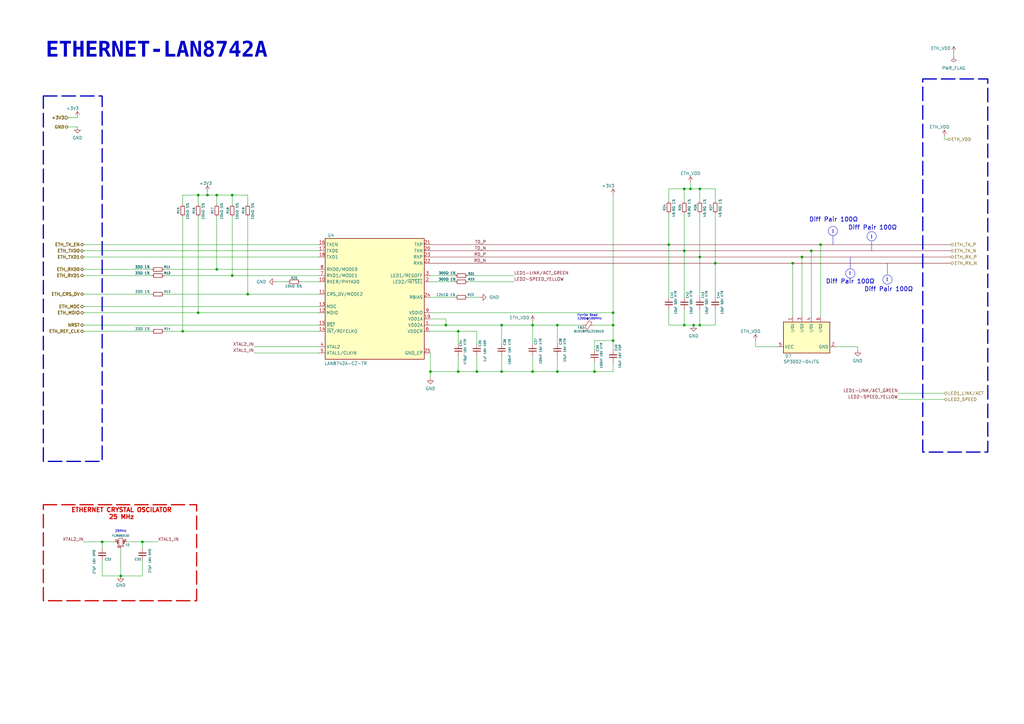
<source format=kicad_sch>
(kicad_sch (version 20250114) (generator "eeschema") (generator_version "9.0")
  (paper "A3")
  (title_block (title "KeyTestBox") (date "2023-10-15") (rev "V1.0") (comment 1 "Designer: Bruno Silva"))
  (lib_symbols
    (symbol "Device:C_Small" (pin_numbers (hide yes)) (pin_names (offset 0.254) (hide yes))
      (property "Reference" "C" (at 0.254 1.778 0))
      (property "Value" "C_Small" (at 0.254 -2.032 0))
      (symbol "C_Small_0_1"
        (polyline (pts (xy -1.524 0.508) (xy 1.524 0.508)) (stroke (width 0.3048)))
        (polyline (pts (xy -1.524 -0.508) (xy 1.524 -0.508)) (stroke (width 0.3302)))
      )
      (symbol "C_Small_1_1"
        (pin passive line (at 0 2.54 270) (length 2.032) (name "~") (number "1"))
        (pin passive line (at 0 -2.54 90) (length 2.032) (name "~") (number "2"))
      )
    )
    (symbol "Device:Crystal_GND2_Small" (pin_names (offset 1.016) (hide yes))
      (property "Reference" "Y" (at 0 5.08 0))
      (property "Value" "Crystal_GND2_Small" (at 0 3.175 0))
      (symbol "Crystal_GND2_Small_0_1"
        (polyline (pts (xy -1.27 -0.762) (xy -1.27 0.762)) (stroke (width 0.381)))
        (polyline (pts (xy -1.27 -1.27) (xy -1.27 -1.905) (xy 1.27 -1.905) (xy 1.27 -1.27)))
        (rectangle (start -0.762 -1.524) (end 0.762 1.524))
        (polyline (pts (xy 1.27 -0.762) (xy 1.27 0.762)) (stroke (width 0.381)))
      )
      (symbol "Crystal_GND2_Small_1_1"
        (pin passive line (at -2.54 0 0) (length 1.27) (name "1") (number "1"))
        (pin passive line (at 0 -2.54 90) (length 0.635) (name "2") (number "2"))
        (pin passive line (at 2.54 0 180) (length 1.27) (name "3") (number "3"))
      )
    )
    (symbol "Device:FerriteBead_Small" (pin_numbers (hide yes)) (pin_names (offset 0))
      (property "Reference" "FB" (at 1.905 1.27 0))
      (property "Value" "FerriteBead_Small" (at 1.905 -1.27 0))
      (symbol "FerriteBead_Small_0_1"
        (polyline (pts (xy -1.8288 0.2794) (xy -1.1176 1.4986) (xy 1.8288 -0.2032) (xy 1.1176 -1.4224) (xy -1.8288 0.2794)))
        (polyline (pts (xy 0 0.889) (xy 0 1.2954)))
        (polyline (pts (xy 0 -1.27) (xy 0 -0.7874)))
      )
      (symbol "FerriteBead_Small_1_1"
        (pin passive line (at 0 2.54 270) (length 1.27) (name "~") (number "1"))
        (pin passive line (at 0 -2.54 90) (length 1.27) (name "~") (number "2"))
      )
    )
    (symbol "Device:R_Small" (pin_numbers (hide yes)) (pin_names (offset 0.254) (hide yes))
      (property "Reference" "R" (at 0.762 0.508 0))
      (property "Value" "R_Small" (at 0.762 -1.016 0))
      (symbol "R_Small_0_1"
        (rectangle (start -0.762 1.778) (end 0.762 -1.778) (stroke (width 0.2032)))
      )
      (symbol "R_Small_1_1"
        (pin passive line (at 0 2.54 270) (length 0.762) (name "~") (number "1"))
        (pin passive line (at 0 -2.54 90) (length 0.762) (name "~") (number "2"))
      )
    )
    (symbol "LAN8742A_1"
      (property "Reference" "U15" (at -16.764 29.21 0))
      (property "Value" "LAN8742A-CZ-TR" (at -18.034 -23.368 0))
      (symbol "LAN8742A_1_0_1"
        (rectangle (start -17.78 27.94) (end 22.86 -21.59) (stroke (width 0.254)) (fill (type background)))
      )
      (symbol "LAN8742A_1_1_1"
        (pin input line (at -20.32 25.4 0) (length 2.54) (name "TXEN") (number "16"))
        (pin input line (at -20.32 22.86 0) (length 2.54) (name "TXD0") (number "17"))
        (pin input line (at -20.32 20.32 0) (length 2.54) (name "TXD1") (number "18"))
        (pin bidirectional line (at -20.32 15.24 0) (length 2.54) (name "RXD0/MODE0") (number "8"))
        (pin bidirectional line (at -20.32 12.7 0) (length 2.54) (name "RXD1/MODE1") (number "7"))
        (pin output line (at -20.32 10.16 0) (length 2.54) (name "RXER/PHYAD0") (number "10"))
        (pin bidirectional line (at -20.32 5.08 0) (length 2.54) (name "CRS_DV/MODE2") (number "11"))
        (pin input line (at -20.32 0 0) (length 2.54) (name "MDC") (number "13"))
        (pin bidirectional line (at -20.32 -2.54 0) (length 2.54) (name "MDIO") (number "12"))
        (pin input line (at -20.32 -7.62 0) (length 2.54) (name "~{RST}") (number "15"))
        (pin output line (at -20.32 -10.16 0) (length 2.54) (name "~{INT}/REFCLKO") (number "14"))
        (pin output line (at -20.32 -16.51 0) (length 2.54) (name "XTAL2") (number "4"))
        (pin input line (at -20.32 -19.05 0) (length 2.54) (name "XTAL1/CLKIN") (number "5"))
        (pin passive line (at 25.4 25.4 180) (length 2.54) (name "TXP") (number "21"))
        (pin passive line (at 25.4 22.86 180) (length 2.54) (name "TXN") (number "20"))
        (pin passive line (at 25.4 20.32 180) (length 2.54) (name "RXP") (number "23"))
        (pin passive line (at 25.4 17.78 180) (length 2.54) (name "RXN") (number "22"))
        (pin bidirectional line (at 25.4 12.7 180) (length 2.54) (name "LED1/REGOFF") (number "3"))
        (pin bidirectional line (at 25.4 10.16 180) (length 2.54) (name "LED2/~{INTSEL}") (number "2"))
        (pin passive line (at 25.4 3.81 180) (length 2.54) (name "RBIAS") (number "24"))
        (pin power_in line (at 25.4 -2.54 180) (length 2.54) (name "VDDIO") (number "9"))
        (pin power_in line (at 25.4 -5.08 180) (length 2.54) (name "VDD1A") (number "19"))
        (pin power_in line (at 25.4 -7.62 180) (length 2.54) (name "VDD2A") (number "1"))
        (pin passive line (at 25.4 -10.16 180) (length 2.54) (name "VDDCR") (number "6"))
        (pin power_in line (at 25.4 -19.05 180) (length 2.54) (name "GND_EP") (number "25"))
      )
    )
    (symbol "Power_Protection:NCP349MNAM"
      (property "Reference" "D10" (at -8.128 -8.89 0))
      (property "Value" "SP3002-04JTG" (at -2.794 -11.176 0))
      (symbol "NCP349MNAM_0_1"
        (rectangle (start -10.16 5.08) (end 8.89 -7.62) (stroke (width 0.254)) (fill (type background)))
      )
      (symbol "NCP349MNAM_1_1"
        (pin input line (at -12.7 -5.08 0) (length 2.54) (name "VCC") (number "5"))
        (pin bidirectional line (at -6.35 7.62 270) (length 2.54) (name "I/O1") (number "1"))
        (pin bidirectional line (at -2.54 7.62 270) (length 2.54) (name "I/O2") (number "3"))
        (pin bidirectional line (at 1.27 7.62 270) (length 2.54) (name "I/O1") (number "4"))
        (pin bidirectional line (at 5.08 7.62 270) (length 2.54) (name "I/O2") (number "6"))
        (pin input line (at 11.43 -5.08 180) (length 2.54) (name "GND") (number "2"))
      )
    )
    (symbol "power:+3.3V" (power) (pin_names (offset 0))
      (property "Value" "+3.3V" (at 0 3.556 0))
      (symbol "+3.3V_0_1"
        (polyline (pts (xy -0.762 1.27) (xy 0 2.54)))
        (polyline (pts (xy 0 2.54) (xy 0.762 1.27)))
        (polyline (pts (xy 0 0) (xy 0 2.54)))
      )
      (symbol "+3.3V_1_1"
        (pin power_in line (at 0 0 90) (length 0) (hide yes) (name "+3.3V") (number "1"))
      )
    )
    (symbol "power:GND" (power) (pin_names (offset 0))
      (property "Value" "GND" (at 0 -3.81 0))
      (symbol "GND_0_1"
        (polyline (pts (xy 0 0) (xy 0 -1.27) (xy 1.27 -1.27) (xy 0 -2.54) (xy -1.27 -1.27) (xy 0 -1.27)))
      )
      (symbol "GND_1_1"
        (pin power_in line (at 0 0 270) (length 0) (hide yes) (name "GND") (number "1"))
      )
    )
    (symbol "power:PWR_FLAG" (power) (pin_numbers (hide yes)) (pin_names (offset 0) (hide yes))
      (property "Value" "PWR_FLAG" (at 0 3.81 0))
      (symbol "PWR_FLAG_0_0"
        (pin power_out line (at 0 0 90) (length 0) (name "~") (number "1"))
      )
      (symbol "PWR_FLAG_0_1"
        (polyline (pts (xy 0 0) (xy 0 1.27) (xy -1.016 1.905) (xy 0 2.54) (xy 1.016 1.905) (xy 0 1.27)))
      )
    )
  )
  (circle (center 341.63 94.742) (radius 1.905) (stroke (width 0) (color 0 2 192 1)))
  (circle (center 348.742 112.141) (radius 1.905) (stroke (width 0) (color 0 2 192 1)))
  (circle (center 363.982 114.681) (radius 1.905) (stroke (width 0) (color 0 2 192 1)))
  (rectangle (start 378.46 32.385) (end 405.13 185.42) (stroke (width 0.508) (type dash)))
  (circle (center 357.505 96.901) (radius 1.905) (stroke (width 0) (color 0 2 192 1)))
  (rectangle (start 17.78 39.37) (end 41.91 189.23) (stroke (width 0.508) (type dash)))
  (rectangle (start 17.78 207.01) (end 80.645 246.38) (stroke (width 0.5) (type dash) (color 209 7 0 1)))
  (text "i" (at 357.505 97.409 0) (effects (font (size 1.27 1.27) (thickness 0.254) (bold yes))))
  (text "ETHERNET-LAN8742A" (at 18.796 26.162 0) (effects (font (size 6.35 6.35) (thickness 0.6) (bold yes)) (justify left bottom)))
  (text "i" (at 363.855 114.935 0) (effects (font (size 1.27 1.27) (thickness 0.254) (bold yes))))
  (text "25MHz\n" (at 49.53 217.932 0) (effects (font (size 0.9398 0.9398))))
  (text "Diff Pair 100Ω" (at 341.884 90.17 0) (effects (font (size 1.778 1.778) (thickness 0.254) (bold yes))))
  (text "Diff Pair 100Ω" (at 357.886 93.472 0) (effects (font (size 1.778 1.778) (thickness 0.254) (bold yes))))
  (text "Ferrite Bead\n120Ω@100MHz\n" (at 236.728 131.318 0) (effects (font (size 0.889 0.889)) (justify left bottom)))
  (text "Diff Pair 100Ω" (at 348.742 115.57 0) (effects (font (size 1.778 1.778) (thickness 0.254) (bold yes))))
  (text "i" (at 348.615 112.395 0) (effects (font (size 1.27 1.27) (thickness 0.254) (bold yes))))
  (text "i" (at 341.63 95.25 0) (effects (font (size 1.27 1.27) (thickness 0.254) (bold yes))))
  (text "Diff Pair 100Ω" (at 364.49 118.745 0) (effects (font (size 1.778 1.778) (thickness 0.254) (bold yes))))
  (text_box "ETHERNET CRYSTAL OSCILATOR\n25 MHz" (at 27.305 207.01 0) (size 45.085 6.985) (margins 0.9 0.9 0.9 0.9) (stroke (width -0.0001)) (effects (font (size 1.778 1.778) (thickness 0.4) (bold yes))))
  (junction (at 176.53 152.4))
  (junction (at 85.09 80.01))
  (junction (at 243.84 152.4))
  (junction (at 251.46 128.27))
  (junction (at 228.6 152.4))
  (junction (at 81.28 80.01))
  (junction (at 280.67 133.35))
  (junction (at 251.46 139.7))
  (junction (at 287.02 77.47))
  (junction (at 274.32 100.33))
  (junction (at 195.58 152.4))
  (junction (at 49.53 236.22))
  (junction (at 95.25 80.01))
  (junction (at 280.67 77.47))
  (junction (at 218.44 133.35))
  (junction (at 81.28 128.27))
  (junction (at 228.6 133.35))
  (junction (at 41.91 222.25))
  (junction (at 187.96 152.4))
  (junction (at 101.6 120.65))
  (junction (at 332.74 102.87))
  (junction (at 205.74 152.4))
  (junction (at 280.67 102.87))
  (junction (at 58.42 222.25))
  (junction (at 95.25 113.03))
  (junction (at 287.02 133.35))
  (junction (at 284.48 133.35))
  (junction (at 283.21 77.47))
  (junction (at 182.88 133.35))
  (junction (at 251.46 133.35))
  (junction (at 88.9 110.49))
  (junction (at 88.9 80.01))
  (junction (at 187.96 135.89))
  (junction (at 74.93 135.89))
  (junction (at 287.02 105.41))
  (junction (at 325.12 107.95))
  (junction (at 293.37 107.95))
  (junction (at 218.44 152.4))
  (junction (at 336.55 100.33))
  (junction (at 328.93 105.41))
  (junction (at 205.74 133.35))
  (wire (pts (xy 309.88 142.24) (xy 318.77 142.24)))
  (wire (pts (xy 368.3 163.83) (xy 387.35 163.83)))
  (wire (pts (xy 336.55 100.33) (xy 389.89 100.33)) (stroke (width 0) (color 116 1 15 1)))
  (wire (pts (xy 205.74 146.05) (xy 205.74 152.4)))
  (wire (pts (xy 34.29 100.33) (xy 130.81 100.33)))
  (wire (pts (xy 195.58 146.05) (xy 195.58 152.4)))
  (polyline (pts (xy 357.505 99.06) (xy 357.505 102.87)) (stroke (width 0) (type solid) (color 0 2 192 1)))
  (wire (pts (xy 88.9 88.9) (xy 88.9 110.49)))
  (wire (pts (xy 85.09 80.01) (xy 88.9 80.01)))
  (wire (pts (xy 191.77 121.92) (xy 196.85 121.92)))
  (wire (pts (xy 41.91 229.87) (xy 41.91 236.22)))
  (wire (pts (xy 52.07 222.25) (xy 58.42 222.25)))
  (wire (pts (xy 176.53 121.92) (xy 186.69 121.92)))
  (wire (pts (xy 101.6 120.65) (xy 130.81 120.65)))
  (wire (pts (xy 104.14 142.24) (xy 130.81 142.24)))
  (wire (pts (xy 176.53 152.4) (xy 187.96 152.4)))
  (wire (pts (xy 34.29 113.03) (xy 62.23 113.03)))
  (wire (pts (xy 176.53 152.4) (xy 176.53 144.78)))
  (wire (pts (xy 210.82 113.03) (xy 191.77 113.03)))
  (wire (pts (xy 67.31 110.49) (xy 88.9 110.49)))
  (wire (pts (xy 34.29 135.89) (xy 62.23 135.89)))
  (wire (pts (xy 243.84 133.35) (xy 251.46 133.35)))
  (wire (pts (xy 41.91 222.25) (xy 41.91 224.79)))
  (wire (pts (xy 293.37 107.95) (xy 325.12 107.95)) (stroke (width 0) (color 116 1 15 1)))
  (wire (pts (xy 34.29 102.87) (xy 130.81 102.87)))
  (wire (pts (xy 228.6 152.4) (xy 218.44 152.4)))
  (wire (pts (xy 34.29 128.27) (xy 81.28 128.27)))
  (wire (pts (xy 218.44 133.35) (xy 218.44 140.97)))
  (wire (pts (xy 58.42 236.22) (xy 49.53 236.22)))
  (wire (pts (xy 336.55 100.33) (xy 336.55 129.54)))
  (wire (pts (xy 176.53 113.03) (xy 186.69 113.03)))
  (wire (pts (xy 58.42 222.25) (xy 64.77 222.25)))
  (wire (pts (xy 293.37 77.47) (xy 287.02 77.47)))
  (wire (pts (xy 34.29 133.35) (xy 130.81 133.35)))
  (wire (pts (xy 280.67 133.35) (xy 284.48 133.35)))
  (wire (pts (xy 58.42 229.87) (xy 58.42 236.22)))
  (wire (pts (xy 81.28 83.82) (xy 81.28 80.01)))
  (wire (pts (xy 280.67 127) (xy 280.67 133.35)))
  (wire (pts (xy 195.58 140.97) (xy 195.58 135.89)))
  (wire (pts (xy 284.48 133.35) (xy 287.02 133.35)))
  (wire (pts (xy 34.29 110.49) (xy 62.23 110.49)))
  (wire (pts (xy 328.93 105.41) (xy 328.93 129.54)))
  (wire (pts (xy 274.32 82.55) (xy 274.32 77.47)))
  (wire (pts (xy 280.67 102.87) (xy 332.74 102.87)) (stroke (width 0) (color 116 1 15 1)))
  (wire (pts (xy 34.29 125.73) (xy 130.81 125.73)))
  (wire (pts (xy 95.25 80.01) (xy 95.25 83.82)))
  (wire (pts (xy 274.32 77.47) (xy 280.67 77.47)))
  (wire (pts (xy 391.16 22.86) (xy 391.16 21.59)))
  (wire (pts (xy 88.9 110.49) (xy 130.81 110.49)))
  (wire (pts (xy 74.93 88.9) (xy 74.93 135.89)))
  (wire (pts (xy 176.53 105.41) (xy 287.02 105.41)) (stroke (width 0) (color 116 1 15 1)))
  (wire (pts (xy 176.53 107.95) (xy 293.37 107.95)) (stroke (width 0) (color 116 1 15 1)))
  (wire (pts (xy 49.53 224.79) (xy 49.53 236.22)))
  (wire (pts (xy 113.03 115.57) (xy 118.11 115.57)))
  (wire (pts (xy 287.02 133.35) (xy 293.37 133.35)))
  (wire (pts (xy 41.91 236.22) (xy 49.53 236.22)))
  (wire (pts (xy 274.32 133.35) (xy 280.67 133.35)))
  (wire (pts (xy 88.9 80.01) (xy 95.25 80.01)))
  (wire (pts (xy 283.21 77.47) (xy 287.02 77.47)))
  (wire (pts (xy 176.53 128.27) (xy 251.46 128.27)))
  (wire (pts (xy 387.35 55.88) (xy 387.35 57.15)))
  (wire (pts (xy 218.44 152.4) (xy 218.44 146.05)))
  (wire (pts (xy 187.96 146.05) (xy 187.96 152.4)))
  (wire (pts (xy 95.25 88.9) (xy 95.25 113.03)))
  (wire (pts (xy 243.84 152.4) (xy 228.6 152.4)))
  (wire (pts (xy 309.88 139.7) (xy 309.88 142.24)))
  (wire (pts (xy 85.09 78.74) (xy 85.09 80.01)))
  (wire (pts (xy 287.02 87.63) (xy 287.02 105.41)))
  (wire (pts (xy 251.46 152.4) (xy 243.84 152.4)))
  (wire (pts (xy 287.02 82.55) (xy 287.02 77.47)))
  (wire (pts (xy 176.53 152.4) (xy 176.53 154.94)))
  (wire (pts (xy 218.44 132.08) (xy 218.44 133.35)))
  (wire (pts (xy 74.93 83.82) (xy 74.93 80.01)))
  (wire (pts (xy 58.42 222.25) (xy 58.42 224.79)))
  (wire (pts (xy 74.93 80.01) (xy 81.28 80.01)))
  (wire (pts (xy 195.58 135.89) (xy 187.96 135.89)))
  (wire (pts (xy 287.02 105.41) (xy 328.93 105.41)) (stroke (width 0) (color 116 1 15 1)))
  (wire (pts (xy 205.74 133.35) (xy 205.74 140.97)))
  (wire (pts (xy 101.6 80.01) (xy 95.25 80.01)))
  (wire (pts (xy 280.67 102.87) (xy 280.67 121.92)))
  (wire (pts (xy 274.32 127) (xy 274.32 133.35)))
  (wire (pts (xy 176.53 102.87) (xy 280.67 102.87)) (stroke (width 0) (color 116 1 15 1)))
  (wire (pts (xy 81.28 88.9) (xy 81.28 128.27)))
  (wire (pts (xy 41.91 222.25) (xy 46.99 222.25)))
  (wire (pts (xy 280.67 82.55) (xy 280.67 77.47)))
  (polyline (pts (xy 363.982 112.522) (xy 363.982 108.077)) (stroke (width 0) (type solid) (color 0 2 192 1)))
  (wire (pts (xy 228.6 133.35) (xy 218.44 133.35)))
  (wire (pts (xy 351.79 143.51) (xy 351.79 142.24)))
  (wire (pts (xy 283.21 74.93) (xy 283.21 77.47)))
  (wire (pts (xy 176.53 100.33) (xy 274.32 100.33)) (stroke (width 0) (color 116 1 15 1)))
  (wire (pts (xy 251.46 148.59) (xy 251.46 152.4)))
  (wire (pts (xy 387.35 57.15) (xy 388.62 57.15)))
  (wire (pts (xy 74.93 135.89) (xy 130.81 135.89)))
  (wire (pts (xy 191.77 115.57) (xy 210.82 115.57)))
  (wire (pts (xy 251.46 133.35) (xy 251.46 128.27)))
  (wire (pts (xy 205.74 152.4) (xy 218.44 152.4)))
  (wire (pts (xy 274.32 87.63) (xy 274.32 100.33)))
  (wire (pts (xy 104.14 144.78) (xy 130.81 144.78)))
  (wire (pts (xy 176.53 115.57) (xy 186.69 115.57)))
  (wire (pts (xy 187.96 140.97) (xy 187.96 135.89)))
  (wire (pts (xy 34.29 222.25) (xy 41.91 222.25)))
  (wire (pts (xy 280.67 87.63) (xy 280.67 102.87)))
  (wire (pts (xy 101.6 83.82) (xy 101.6 80.01)))
  (wire (pts (xy 293.37 107.95) (xy 293.37 121.92)))
  (wire (pts (xy 332.74 102.87) (xy 389.89 102.87)) (stroke (width 0) (color 116 1 15 1)))
  (polyline (pts (xy 341.63 96.52) (xy 341.63 100.33)) (stroke (width 0) (type solid) (color 0 2 192 1)))
  (wire (pts (xy 195.58 152.4) (xy 205.74 152.4)))
  (wire (pts (xy 34.29 120.65) (xy 62.23 120.65)))
  (wire (pts (xy 101.6 88.9) (xy 101.6 120.65)))
  (wire (pts (xy 182.88 130.81) (xy 182.88 133.35)))
  (wire (pts (xy 31.75 52.07) (xy 27.94 52.07)))
  (wire (pts (xy 243.84 143.51) (xy 243.84 139.7)))
  (wire (pts (xy 195.58 152.4) (xy 187.96 152.4)))
  (wire (pts (xy 293.37 82.55) (xy 293.37 77.47)))
  (wire (pts (xy 67.31 120.65) (xy 101.6 120.65)))
  (wire (pts (xy 251.46 133.35) (xy 251.46 139.7)))
  (wire (pts (xy 328.93 105.41) (xy 389.89 105.41)) (stroke (width 0) (color 116 1 15 1)))
  (wire (pts (xy 187.96 135.89) (xy 176.53 135.89)))
  (wire (pts (xy 81.28 128.27) (xy 130.81 128.27)))
  (wire (pts (xy 182.88 133.35) (xy 205.74 133.35)))
  (wire (pts (xy 88.9 83.82) (xy 88.9 80.01)))
  (wire (pts (xy 228.6 133.35) (xy 228.6 140.97)))
  (wire (pts (xy 351.79 142.24) (xy 342.9 142.24)))
  (wire (pts (xy 287.02 133.35) (xy 287.02 127)))
  (wire (pts (xy 243.84 148.59) (xy 243.84 152.4)))
  (wire (pts (xy 95.25 113.03) (xy 130.81 113.03)))
  (wire (pts (xy 293.37 127) (xy 293.37 133.35)))
  (wire (pts (xy 228.6 133.35) (xy 238.76 133.35)))
  (wire (pts (xy 34.29 105.41) (xy 130.81 105.41)))
  (wire (pts (xy 251.46 128.27) (xy 251.46 80.01)))
  (wire (pts (xy 368.3 161.29) (xy 387.35 161.29)))
  (wire (pts (xy 274.32 100.33) (xy 336.55 100.33)) (stroke (width 0) (color 116 1 15 1)))
  (wire (pts (xy 280.67 77.47) (xy 283.21 77.47)))
  (wire (pts (xy 205.74 133.35) (xy 218.44 133.35)))
  (wire (pts (xy 228.6 146.05) (xy 228.6 152.4)))
  (wire (pts (xy 325.12 107.95) (xy 389.89 107.95)) (stroke (width 0) (color 116 1 15 1)))
  (wire (pts (xy 176.53 130.81) (xy 182.88 130.81)))
  (wire (pts (xy 293.37 87.63) (xy 293.37 107.95)))
  (wire (pts (xy 31.75 48.26) (xy 27.94 48.26)))
  (wire (pts (xy 81.28 80.01) (xy 85.09 80.01)))
  (wire (pts (xy 332.74 102.87) (xy 332.74 129.54)))
  (polyline (pts (xy 348.742 109.982) (xy 348.742 105.537)) (stroke (width 0) (type solid) (color 0 2 192 1)))
  (wire (pts (xy 67.31 113.03) (xy 95.25 113.03)))
  (wire (pts (xy 274.32 100.33) (xy 274.32 121.92)))
  (wire (pts (xy 287.02 105.41) (xy 287.02 121.92)))
  (wire (pts (xy 251.46 139.7) (xy 251.46 143.51)))
  (wire (pts (xy 243.84 139.7) (xy 251.46 139.7)))
  (wire (pts (xy 67.31 135.89) (xy 74.93 135.89)))
  (wire (pts (xy 176.53 133.35) (xy 182.88 133.35)))
  (wire (pts (xy 325.12 107.95) (xy 325.12 129.54)))
  (wire (pts (xy 123.19 115.57) (xy 130.81 115.57)))
  (label "XTAL1_IN" (at 104.14 144.78 180))
  (label "TD_N" (at 199.39 102.87 180))
  (label "XTAL2_IN" (at 104.14 142.24 180))
  (label "XTAL1_IN" (at 64.77 222.25 0))
  (label "RD_N" (at 199.39 107.95 180))
  (label "LED1-LINK{slash}ACT_GREEN" (at 210.82 113.03 0))
  (label "LED2-SPEED_YELLOW" (at 368.3 163.83 180))
  (label "XTAL2_IN" (at 34.29 222.25 180))
  (label "LED2-SPEED_YELLOW" (at 210.82 115.57 0))
  (label "RD_P" (at 199.39 105.41 180))
  (label "TD_P" (at 199.39 100.33 180))
  (label "LED1-LINK{slash}ACT_GREEN" (at 368.3 161.29 180))
  (hierarchical_label "ETH_TX_P" (shape bidirectional) (at 389.89 100.33 0))
  (hierarchical_label "ETH_RXD1" (shape bidirectional) (at 34.29 113.03 180) (effects (font (thickness 0.254) (bold yes))))
  (hierarchical_label "ETH_REF_CLK" (shape bidirectional) (at 34.29 135.89 180) (effects (font (thickness 0.254) (bold yes))))
  (hierarchical_label "LED1_LINK{slash}ACT" (shape bidirectional) (at 387.35 161.29 0))
  (hierarchical_label "GND" (shape bidirectional) (at 27.94 52.07 180) (effects (font (thickness 0.254) (bold yes))))
  (hierarchical_label "ETH_RXD0" (shape bidirectional) (at 34.29 110.49 180) (effects (font (thickness 0.254) (bold yes))))
  (hierarchical_label "ETH_RX_N" (shape bidirectional) (at 389.89 107.95 0))
  (hierarchical_label "ETH_TXD0" (shape bidirectional) (at 34.29 102.87 180) (effects (font (thickness 0.254) (bold yes))))
  (hierarchical_label "ETH_MDC" (shape bidirectional) (at 34.29 125.73 180) (effects (font (thickness 0.254) (bold yes))))
  (hierarchical_label "ETH_MDIO" (shape bidirectional) (at 34.29 128.27 180) (effects (font (thickness 0.254) (bold yes))))
  (hierarchical_label "NRST" (shape bidirectional) (at 34.29 133.35 180) (effects (font (thickness 0.254) (bold yes))))
  (hierarchical_label "ETH_TX_EN" (shape bidirectional) (at 34.29 100.33 180) (effects (font (thickness 0.254) (bold yes))))
  (hierarchical_label "ETH_VDD" (shape bidirectional) (at 388.62 57.15 0))
  (hierarchical_label "ETH_TX_N" (shape bidirectional) (at 389.89 102.87 0))
  (hierarchical_label "ETH_TXD1" (shape bidirectional) (at 34.29 105.41 180) (effects (font (thickness 0.254) (bold yes))))
  (hierarchical_label "ETH_CRS_DV" (shape bidirectional) (at 34.29 120.65 180) (effects (font (thickness 0.254) (bold yes))))
  (hierarchical_label "ETH_RX_P" (shape bidirectional) (at 389.89 105.41 0))
  (hierarchical_label "+3V3" (shape input) (at 27.94 48.26 180) (effects (font (thickness 0.254) (bold yes))))
  (hierarchical_label "LED2_SPEED" (shape bidirectional) (at 387.35 163.83 0))
  (symbol (lib_id "Device:R_Small") (at 189.23 115.57 270) (unit 1)
    (property "Reference" "R22" (at 193.294 114.554 90) (effects (font (size 0.889 0.889))))
    (property "Value" "300Ω 1%" (at 183.388 114.554 90) (effects (font (size 1.016 1.016))))
  )
  (symbol (lib_id "Device:R_Small") (at 95.25 86.36 0) (unit 1)
    (property "Reference" "R18" (at 93.472 86.36 90) (effects (font (size 0.889 0.889))))
    (property "Value" "10kΩ 5%" (at 97.282 86.614 90) (effects (font (size 1.016 1.016))))
  )
  (symbol (lib_id "Device:R_Small") (at 101.6 86.36 0) (unit 1)
    (property "Reference" "R19" (at 99.822 86.36 90) (effects (font (size 0.889 0.889))))
    (property "Value" "10kΩ 5%" (at 103.632 86.614 90) (effects (font (size 1.016 1.016))))
  )
  (symbol (lib_id "Device:R_Small") (at 120.65 115.57 270) (unit 1)
    (property "Reference" "R20" (at 120.65 114.046 90) (effects (font (size 0.889 0.889))))
    (property "Value" "10kΩ 5%" (at 120.396 117.348 90) (effects (font (size 1.016 1.016))))
  )
  (symbol (lib_id "power:GND") (at 31.75 52.07 0) (unit 1)
    (property "Reference" "#PWR075" (effects (hide yes)))
    (property "Value" "GND" (at 31.75 56.515 0))
  )
  (symbol (lib_id "Device:C_Small") (at 228.6 143.51 180) (unit 1)
    (property "Reference" "C38" (at 229.87 138.684 90) (effects (font (size 0.9 0.9)) (justify left)))
    (property "Value" "10uF 16V X7R" (at 231.648 138.684 90) (effects (font (size 0.889 0.889)) (justify left)))
  )
  (symbol (lib_id "Device:R_Small") (at 64.77 120.65 270) (unit 1)
    (property "Reference" "R13" (at 68.58 119.634 90) (effects (font (size 0.889 0.889))))
    (property "Value" "33Ω 1%" (at 58.42 119.634 90) (effects (font (size 1.016 1.016))))
  )
  (symbol (lib_id "power:GND") (at 176.53 154.94 0) (unit 1)
    (property "Reference" "#PWR079" (effects (hide yes)))
    (property "Value" "GND" (at 176.53 159.385 0))
  )
  (symbol (lib_id "Device:R_Small") (at 189.23 121.92 270) (unit 1)
    (property "Reference" "R23" (at 193.04 120.904 90) (effects (font (size 0.889 0.889))))
    (property "Value" "12k1Ω 1%" (at 182.88 120.904 90) (effects (font (size 1.016 1.016))))
  )
  (symbol (lib_id "Device:C_Small") (at 58.42 227.33 180) (unit 1)
    (property "Reference" "C33" (at 57.912 229.362 0) (effects (font (size 0.9 0.9)) (justify left)))
    (property "Value" "27pF 16V NP0" (at 61.468 225.044 90) (effects (font (size 0.9 0.9)) (justify left)))
  )
  (symbol (lib_id "Device:R_Small") (at 81.28 86.36 0) (unit 1)
    (property "Reference" "R16" (at 79.502 86.36 90) (effects (font (size 0.889 0.889))))
    (property "Value" "10kΩ 5%" (at 83.312 86.614 90) (effects (font (size 1.016 1.016))))
  )
  (symbol (lib_id "Power_Protection:NCP349MNAM") (at 331.47 137.16 0) (unit 1)
    (property "Reference" "D7" (at 323.342 146.05 0))
    (property "Value" "SP3002-04JTG" (at 328.676 148.336 0))
  )
  (symbol (lib_id "Device:R_Small") (at 274.32 85.09 0) (unit 1)
    (property "Reference" "R24" (at 272.542 85.09 90) (effects (font (size 0.889 0.889))))
    (property "Value" "49.9Ω 1%" (at 276.352 85.344 90) (effects (font (size 1.016 1.016))))
  )
  (symbol (lib_id "Device:R_Small") (at 293.37 85.09 0) (unit 1)
    (property "Reference" "R27" (at 291.592 85.09 90) (effects (font (size 0.889 0.889))))
    (property "Value" "49.9Ω 1%" (at 295.402 85.344 90) (effects (font (size 1.016 1.016))))
  )
  (symbol (lib_id "power:+3.3V") (at 391.16 21.59 0) (unit 1)
    (property "Reference" "#PWR088" (effects (hide yes)))
    (property "Value" "ETH_VDD" (at 385.826 19.812 0))
  )
  (symbol (lib_id "Device:R_Small") (at 64.77 113.03 270) (unit 1)
    (property "Reference" "R12" (at 68.58 112.014 90) (effects (font (size 0.889 0.889))))
    (property "Value" "33Ω 1%" (at 58.42 112.014 90) (effects (font (size 1.016 1.016))))
  )
  (symbol (lib_id "Device:R_Small") (at 74.93 86.36 0) (unit 1)
    (property "Reference" "R15" (at 73.152 86.36 90) (effects (font (size 0.889 0.889))))
    (property "Value" "10kΩ 5%" (at 76.962 86.614 90) (effects (font (size 1.016 1.016))))
  )
  (symbol (lib_id "Device:Crystal_GND2_Small") (at 49.53 222.25 0) (unit 1)
    (property "Reference" "Y2" (at 52.324 223.52 0) (effects (font (size 0.889 0.889))))
    (property "Value" "FL2500213Z" (at 49.53 219.71 0) (effects (font (size 0.762 0.762))))
    (property "Description" "Three pin crystal, GND on pin 2, small symbol" (effects (hide yes)))
  )
  (symbol (lib_id "power:+3.3V") (at 251.46 80.01 0) (unit 1)
    (property "Reference" "#PWR082" (effects (hide yes)))
    (property "Value" "+3V3" (at 249.428 76.2 0))
  )
  (symbol (lib_id "power:GND") (at 284.48 133.35 0) (unit 1)
    (property "Reference" "#PWR084" (effects (hide yes)))
    (property "Value" "GND" (at 284.48 137.795 0))
  )
  (symbol (lib_id "Device:C_Small") (at 280.67 124.46 180) (unit 1)
    (property "Reference" "C42" (at 281.94 119.634 90) (effects (font (size 0.9 0.9)) (justify left)))
    (property "Value" "10pF 50V X7R" (at 283.464 119.126 90) (effects (font (size 0.889 0.889)) (justify left)))
  )
  (symbol (lib_id "Device:FerriteBead_Small") (at 241.3 133.35 90) (unit 1)
    (property "Reference" "FB3" (at 238.252 134.366 90) (effects (font (size 0.9 0.9))))
    (property "Value" "BLM18PG121SN1D" (at 241.554 135.89 90) (effects (font (size 0.9 0.9))))
  )
  (symbol (lib_id "Device:C_Small") (at 274.32 124.46 180) (unit 1)
    (property "Reference" "C41" (at 275.59 119.634 90) (effects (font (size 0.9 0.9)) (justify left)))
    (property "Value" "10pF 50V X7R" (at 277.114 119.126 90) (effects (font (size 0.889 0.889)) (justify left)))
  )
  (symbol (lib_id "Device:C_Small") (at 243.84 146.05 180) (unit 1)
    (property "Reference" "C39" (at 245.11 141.478 90) (effects (font (size 0.9 0.9)) (justify left)))
    (property "Value" "100nF 16V X7R" (at 246.634 140.462 90) (effects (font (size 0.889 0.889)) (justify left)))
  )
  (symbol (lib_id "power:GND") (at 196.85 121.92 90) (unit 1)
    (property "Reference" "#PWR080" (effects (hide yes)))
    (property "Value" "GND" (at 200.66 121.9199 90) (effects (justify right)))
  )
  (symbol (lib_id "Device:R_Small") (at 88.9 86.36 0) (unit 1)
    (property "Reference" "R17" (at 87.122 86.36 90) (effects (font (size 0.889 0.889))))
    (property "Value" "10kΩ 5%" (at 90.932 86.614 90) (effects (font (size 1.016 1.016))))
  )
  (symbol (lib_id "Device:R_Small") (at 280.67 85.09 0) (unit 1)
    (property "Reference" "R25" (at 278.892 85.09 90) (effects (font (size 0.889 0.889))))
    (property "Value" "49.9Ω 1%" (at 282.702 85.344 90) (effects (font (size 1.016 1.016))))
  )
  (symbol (lib_id "Device:C_Small") (at 205.74 143.51 180) (unit 1)
    (property "Reference" "C36" (at 207.01 138.938 90) (effects (font (size 0.9 0.9)) (justify left)))
    (property "Value" "100nF 16V X7R" (at 209.042 138.938 90) (effects (font (size 0.889 0.889)) (justify left)))
  )
  (symbol (lib_name "LAN8742A_1") (lib_id "Interface_Ethernet:LAN8742A") (at 151.13 125.73 0) (unit 1)
    (property "Reference" "U4" (at 134.366 96.52 0) (effects (justify left)))
    (property "Value" "LAN8742A-CZ-TR" (at 133.096 149.098 0) (effects (justify left)))
    (property "Footprint" "Package_DFN_QFN:VQFN-24-1EP_4x4mm_P0.5mm_EP2.5x2.5mm_ThermalVias" (effects (hide yes)))
    (property "Datasheet" "http://ww1.microchip.com/downloads/en/DeviceDoc/8742a.pdf" (effects (hide yes)))
  )
  (symbol (lib_id "Device:R_Small") (at 64.77 135.89 270) (unit 1)
    (property "Reference" "R14" (at 68.58 134.874 90) (effects (font (size 0.889 0.889))))
    (property "Value" "33Ω 1%" (at 58.42 134.874 90) (effects (font (size 1.016 1.016))))
  )
  (symbol (lib_id "power:+3.3V") (at 85.09 78.74 0) (unit 1)
    (property "Reference" "#PWR077" (effects (hide yes)))
    (property "Value" "+3V3" (at 84.328 75.184 0))
  )
  (symbol (lib_id "power:+3.3V") (at 283.21 74.93 0) (unit 1)
    (property "Reference" "#PWR083" (effects (hide yes)))
    (property "Value" "ETH_VDD" (at 283.21 71.12 0))
  )
  (symbol (lib_id "power:GND") (at 113.03 115.57 270) (unit 1)
    (property "Reference" "#PWR078" (effects (hide yes)))
    (property "Value" "GND" (at 109.22 115.5699 90) (effects (justify right)))
  )
  (symbol (lib_id "Device:R_Small") (at 189.23 113.03 270) (unit 1)
    (property "Reference" "R21" (at 193.294 112.268 90) (effects (font (size 0.889 0.889))))
    (property "Value" "300Ω 1%" (at 183.388 112.014 90) (effects (font (size 1.016 1.016))))
  )
  (symbol (lib_id "power:GND") (at 49.53 236.22 0) (unit 1)
    (property "Reference" "#PWR076" (effects (hide yes)))
    (property "Value" "GND" (at 49.53 240.03 0))
  )
  (symbol (lib_id "Device:C_Small") (at 287.02 124.46 180) (unit 1)
    (property "Reference" "C43" (at 288.29 119.634 90) (effects (font (size 0.9 0.9)) (justify left)))
    (property "Value" "10pF 50V X7R" (at 289.814 119.126 90) (effects (font (size 0.889 0.889)) (justify left)))
  )
  (symbol (lib_id "Device:R_Small") (at 287.02 85.09 0) (unit 1)
    (property "Reference" "R26" (at 285.242 85.09 90) (effects (font (size 0.889 0.889))))
    (property "Value" "49.9Ω 1%" (at 289.052 85.344 90) (effects (font (size 1.016 1.016))))
  )
  (symbol (lib_id "Device:C_Small") (at 218.44 143.51 180) (unit 1)
    (property "Reference" "C37" (at 219.71 138.684 90) (effects (font (size 0.9 0.9)) (justify left)))
    (property "Value" "100nF 16V X7R" (at 221.742 138.684 90) (effects (font (size 0.889 0.889)) (justify left)))
  )
  (symbol (lib_id "power:GND") (at 351.79 143.51 0) (unit 1)
    (property "Reference" "#PWR086" (effects (hide yes)))
    (property "Value" "GND" (at 351.79 147.955 0))
  )
  (symbol (lib_id "power:PWR_FLAG") (at 391.16 22.86 180) (unit 1)
    (property "Reference" "#FLG03" (effects (hide yes)))
    (property "Value" "PWR_FLAG" (at 391.16 27.94 0))
    (property "Description" "Special symbol for telling ERC where power comes from" (effects (hide yes)))
  )
  (symbol (lib_id "Device:C_Small") (at 251.46 146.05 180) (unit 1)
    (property "Reference" "C40" (at 252.73 141.224 90) (effects (font (size 0.9 0.9)) (justify left)))
    (property "Value" "10uF 16V X5R" (at 254.254 141.224 90) (effects (font (size 0.889 0.889)) (justify left)))
  )
  (symbol (lib_id "power:+3.3V") (at 309.88 139.7 0) (unit 1)
    (property "Reference" "#PWR085" (effects (hide yes)))
    (property "Value" "ETH_VDD" (at 307.848 135.89 0))
  )
  (symbol (lib_id "power:+3.3V") (at 218.44 132.08 0) (unit 1)
    (property "Reference" "#PWR081" (effects (hide yes)))
    (property "Value" "ETH_VDD" (at 213.106 130.302 0))
  )
  (symbol (lib_id "Device:R_Small") (at 64.77 110.49 270) (unit 1)
    (property "Reference" "R11" (at 68.58 109.474 90) (effects (font (size 0.889 0.889))))
    (property "Value" "33Ω 1%" (at 58.42 109.474 90) (effects (font (size 1.016 1.016))))
  )
  (symbol (lib_id "power:+3.3V") (at 31.75 48.26 0) (unit 1)
    (property "Reference" "#PWR074" (effects (hide yes)))
    (property "Value" "+3V3" (at 29.718 44.45 0))
  )
  (symbol (lib_id "Device:C_Small") (at 195.58 143.51 180) (unit 1)
    (property "Reference" "C35" (at 196.85 139.446 90) (effects (font (size 0.9 0.9)) (justify left)))
    (property "Value" "1uF 16V X5R" (at 198.882 139.446 90) (effects (font (size 0.889 0.889)) (justify left)))
  )
  (symbol (lib_id "Device:C_Small") (at 293.37 124.46 180) (unit 1)
    (property "Reference" "C44" (at 294.64 119.634 90) (effects (font (size 0.9 0.9)) (justify left)))
    (property "Value" "10pF 50V X7R" (at 296.164 119.126 90) (effects (font (size 0.889 0.889)) (justify left)))
  )
  (symbol (lib_id "Device:C_Small") (at 41.91 227.33 0) (unit 1)
    (property "Reference" "C32" (at 42.926 229.362 0) (effects (font (size 0.9 0.9)) (justify left)))
    (property "Value" "27pF 16V NP0" (at 38.608 235.458 90) (effects (font (size 0.9 0.9)) (justify left)))
  )
  (symbol (lib_id "power:+3.3V") (at 387.35 55.88 0) (unit 1)
    (property "Reference" "#PWR087" (effects (hide yes)))
    (property "Value" "ETH_VDD" (at 385.318 52.07 0))
  )
  (symbol (lib_id "Device:C_Small") (at 187.96 143.51 180) (unit 1)
    (property "Reference" "C34" (at 188.976 139.446 90) (effects (font (size 0.889 0.889)) (justify left)))
    (property "Value" "470pF 16V X7R" (at 190.754 138.938 90) (effects (font (size 0.889 0.889)) (justify left)))
  )
)
</source>
